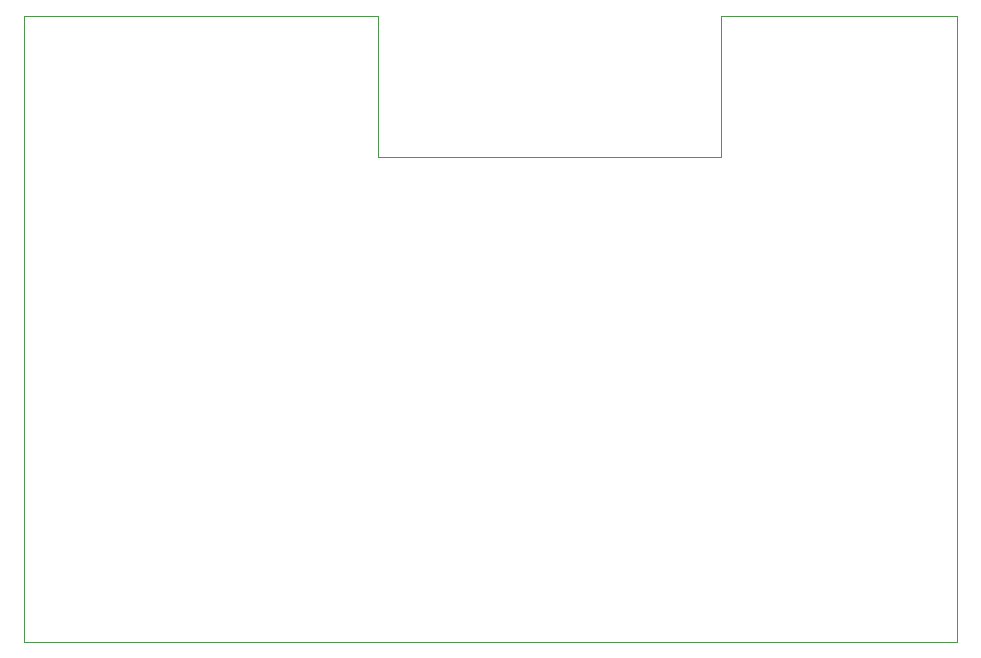
<source format=gbr>
%TF.GenerationSoftware,KiCad,Pcbnew,(6.0.0-0)*%
%TF.CreationDate,2022-09-01T13:13:13-04:00*%
%TF.ProjectId,Dome_Controller,446f6d65-5f43-46f6-9e74-726f6c6c6572,rev?*%
%TF.SameCoordinates,Original*%
%TF.FileFunction,Profile,NP*%
%FSLAX46Y46*%
G04 Gerber Fmt 4.6, Leading zero omitted, Abs format (unit mm)*
G04 Created by KiCad (PCBNEW (6.0.0-0)) date 2022-09-01 13:13:13*
%MOMM*%
%LPD*%
G01*
G04 APERTURE LIST*
%TA.AperFunction,Profile*%
%ADD10C,0.100000*%
%TD*%
G04 APERTURE END LIST*
D10*
X103000000Y-57000000D02*
X103000000Y-69000000D01*
X132000000Y-57000000D02*
X152000000Y-57000000D01*
X152000000Y-57000000D02*
X152000000Y-110000000D01*
X152000000Y-110000000D02*
X73000000Y-110000000D01*
X73000000Y-57000000D02*
X103000000Y-57000000D01*
X73000000Y-110000000D02*
X73000000Y-57000000D01*
X103000000Y-69000000D02*
X132000000Y-69000000D01*
X132000000Y-69000000D02*
X132000000Y-57000000D01*
M02*

</source>
